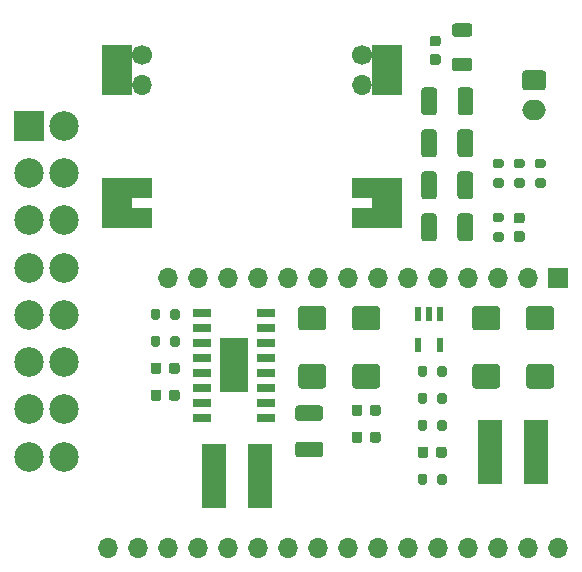
<source format=gts>
G04 #@! TF.GenerationSoftware,KiCad,Pcbnew,(5.1.10)-1*
G04 #@! TF.CreationDate,2021-07-26T15:21:50+02:00*
G04 #@! TF.ProjectId,pcb-esp32-power,7063622d-6573-4703-9332-2d706f776572,rev?*
G04 #@! TF.SameCoordinates,Original*
G04 #@! TF.FileFunction,Soldermask,Top*
G04 #@! TF.FilePolarity,Negative*
%FSLAX46Y46*%
G04 Gerber Fmt 4.6, Leading zero omitted, Abs format (unit mm)*
G04 Created by KiCad (PCBNEW (5.1.10)-1) date 2021-07-26 15:21:50*
%MOMM*%
%LPD*%
G01*
G04 APERTURE LIST*
%ADD10C,1.700000*%
%ADD11O,1.700000X1.700000*%
%ADD12R,1.700000X1.700000*%
%ADD13R,2.500000X4.200000*%
%ADD14R,0.600000X1.200000*%
%ADD15O,2.000000X1.700000*%
%ADD16R,1.525000X0.700000*%
%ADD17R,2.410000X4.570000*%
%ADD18R,2.150000X5.500000*%
%ADD19R,2.500000X2.500000*%
%ADD20C,2.500000*%
G04 APERTURE END LIST*
D10*
X137766000Y-90282000D03*
D11*
X137766000Y-92822000D03*
D10*
X156366000Y-90282000D03*
D12*
X137766000Y-101582000D03*
X156366000Y-101582000D03*
D11*
X156366000Y-92822000D03*
D12*
X137766000Y-104122000D03*
X156366000Y-104122000D03*
D13*
X135626000Y-91572000D03*
X135626000Y-102832000D03*
X158506000Y-91572000D03*
X158506000Y-102832000D03*
G36*
G01*
X163531000Y-123702000D02*
X163531000Y-124202000D01*
G75*
G02*
X163306000Y-124427000I-225000J0D01*
G01*
X162856000Y-124427000D01*
G75*
G02*
X162631000Y-124202000I0J225000D01*
G01*
X162631000Y-123702000D01*
G75*
G02*
X162856000Y-123477000I225000J0D01*
G01*
X163306000Y-123477000D01*
G75*
G02*
X163531000Y-123702000I0J-225000D01*
G01*
G37*
G36*
G01*
X161981000Y-123702000D02*
X161981000Y-124202000D01*
G75*
G02*
X161756000Y-124427000I-225000J0D01*
G01*
X161306000Y-124427000D01*
G75*
G02*
X161081000Y-124202000I0J225000D01*
G01*
X161081000Y-123702000D01*
G75*
G02*
X161306000Y-123477000I225000J0D01*
G01*
X161756000Y-123477000D01*
G75*
G02*
X161981000Y-123702000I0J-225000D01*
G01*
G37*
G36*
G01*
X167803000Y-118562000D02*
X165953000Y-118562000D01*
G75*
G02*
X165703000Y-118312000I0J250000D01*
G01*
X165703000Y-116737000D01*
G75*
G02*
X165953000Y-116487000I250000J0D01*
G01*
X167803000Y-116487000D01*
G75*
G02*
X168053000Y-116737000I0J-250000D01*
G01*
X168053000Y-118312000D01*
G75*
G02*
X167803000Y-118562000I-250000J0D01*
G01*
G37*
G36*
G01*
X167803000Y-113637000D02*
X165953000Y-113637000D01*
G75*
G02*
X165703000Y-113387000I0J250000D01*
G01*
X165703000Y-111812000D01*
G75*
G02*
X165953000Y-111562000I250000J0D01*
G01*
X167803000Y-111562000D01*
G75*
G02*
X168053000Y-111812000I0J-250000D01*
G01*
X168053000Y-113387000D01*
G75*
G02*
X167803000Y-113637000I-250000J0D01*
G01*
G37*
G36*
G01*
X172375000Y-113637000D02*
X170525000Y-113637000D01*
G75*
G02*
X170275000Y-113387000I0J250000D01*
G01*
X170275000Y-111812000D01*
G75*
G02*
X170525000Y-111562000I250000J0D01*
G01*
X172375000Y-111562000D01*
G75*
G02*
X172625000Y-111812000I0J-250000D01*
G01*
X172625000Y-113387000D01*
G75*
G02*
X172375000Y-113637000I-250000J0D01*
G01*
G37*
G36*
G01*
X172375000Y-118562000D02*
X170525000Y-118562000D01*
G75*
G02*
X170275000Y-118312000I0J250000D01*
G01*
X170275000Y-116737000D01*
G75*
G02*
X170525000Y-116487000I250000J0D01*
G01*
X172375000Y-116487000D01*
G75*
G02*
X172625000Y-116737000I0J-250000D01*
G01*
X172625000Y-118312000D01*
G75*
G02*
X172375000Y-118562000I-250000J0D01*
G01*
G37*
D14*
X163002000Y-112238000D03*
X162052000Y-112238000D03*
X161102000Y-112238000D03*
X161102000Y-114838000D03*
X163002000Y-114838000D03*
G36*
G01*
X161081000Y-119655000D02*
X161081000Y-119105000D01*
G75*
G02*
X161281000Y-118905000I200000J0D01*
G01*
X161681000Y-118905000D01*
G75*
G02*
X161881000Y-119105000I0J-200000D01*
G01*
X161881000Y-119655000D01*
G75*
G02*
X161681000Y-119855000I-200000J0D01*
G01*
X161281000Y-119855000D01*
G75*
G02*
X161081000Y-119655000I0J200000D01*
G01*
G37*
G36*
G01*
X162731000Y-119655000D02*
X162731000Y-119105000D01*
G75*
G02*
X162931000Y-118905000I200000J0D01*
G01*
X163331000Y-118905000D01*
G75*
G02*
X163531000Y-119105000I0J-200000D01*
G01*
X163531000Y-119655000D01*
G75*
G02*
X163331000Y-119855000I-200000J0D01*
G01*
X162931000Y-119855000D01*
G75*
G02*
X162731000Y-119655000I0J200000D01*
G01*
G37*
G36*
G01*
X161881000Y-116819000D02*
X161881000Y-117369000D01*
G75*
G02*
X161681000Y-117569000I-200000J0D01*
G01*
X161281000Y-117569000D01*
G75*
G02*
X161081000Y-117369000I0J200000D01*
G01*
X161081000Y-116819000D01*
G75*
G02*
X161281000Y-116619000I200000J0D01*
G01*
X161681000Y-116619000D01*
G75*
G02*
X161881000Y-116819000I0J-200000D01*
G01*
G37*
G36*
G01*
X163531000Y-116819000D02*
X163531000Y-117369000D01*
G75*
G02*
X163331000Y-117569000I-200000J0D01*
G01*
X162931000Y-117569000D01*
G75*
G02*
X162731000Y-117369000I0J200000D01*
G01*
X162731000Y-116819000D01*
G75*
G02*
X162931000Y-116619000I200000J0D01*
G01*
X163331000Y-116619000D01*
G75*
G02*
X163531000Y-116819000I0J-200000D01*
G01*
G37*
G36*
G01*
X163531000Y-125963000D02*
X163531000Y-126513000D01*
G75*
G02*
X163331000Y-126713000I-200000J0D01*
G01*
X162931000Y-126713000D01*
G75*
G02*
X162731000Y-126513000I0J200000D01*
G01*
X162731000Y-125963000D01*
G75*
G02*
X162931000Y-125763000I200000J0D01*
G01*
X163331000Y-125763000D01*
G75*
G02*
X163531000Y-125963000I0J-200000D01*
G01*
G37*
G36*
G01*
X161881000Y-125963000D02*
X161881000Y-126513000D01*
G75*
G02*
X161681000Y-126713000I-200000J0D01*
G01*
X161281000Y-126713000D01*
G75*
G02*
X161081000Y-126513000I0J200000D01*
G01*
X161081000Y-125963000D01*
G75*
G02*
X161281000Y-125763000I200000J0D01*
G01*
X161681000Y-125763000D01*
G75*
G02*
X161881000Y-125963000I0J-200000D01*
G01*
G37*
G36*
G01*
X162731000Y-121941000D02*
X162731000Y-121391000D01*
G75*
G02*
X162931000Y-121191000I200000J0D01*
G01*
X163331000Y-121191000D01*
G75*
G02*
X163531000Y-121391000I0J-200000D01*
G01*
X163531000Y-121941000D01*
G75*
G02*
X163331000Y-122141000I-200000J0D01*
G01*
X162931000Y-122141000D01*
G75*
G02*
X162731000Y-121941000I0J200000D01*
G01*
G37*
G36*
G01*
X161081000Y-121941000D02*
X161081000Y-121391000D01*
G75*
G02*
X161281000Y-121191000I200000J0D01*
G01*
X161681000Y-121191000D01*
G75*
G02*
X161881000Y-121391000I0J-200000D01*
G01*
X161881000Y-121941000D01*
G75*
G02*
X161681000Y-122141000I-200000J0D01*
G01*
X161281000Y-122141000D01*
G75*
G02*
X161081000Y-121941000I0J200000D01*
G01*
G37*
G36*
G01*
X170192000Y-91606000D02*
X171692000Y-91606000D01*
G75*
G02*
X171942000Y-91856000I0J-250000D01*
G01*
X171942000Y-93056000D01*
G75*
G02*
X171692000Y-93306000I-250000J0D01*
G01*
X170192000Y-93306000D01*
G75*
G02*
X169942000Y-93056000I0J250000D01*
G01*
X169942000Y-91856000D01*
G75*
G02*
X170192000Y-91606000I250000J0D01*
G01*
G37*
D15*
X170942000Y-94956000D03*
G36*
G01*
X157943000Y-122432000D02*
X157943000Y-122932000D01*
G75*
G02*
X157718000Y-123157000I-225000J0D01*
G01*
X157268000Y-123157000D01*
G75*
G02*
X157043000Y-122932000I0J225000D01*
G01*
X157043000Y-122432000D01*
G75*
G02*
X157268000Y-122207000I225000J0D01*
G01*
X157718000Y-122207000D01*
G75*
G02*
X157943000Y-122432000I0J-225000D01*
G01*
G37*
G36*
G01*
X156393000Y-122432000D02*
X156393000Y-122932000D01*
G75*
G02*
X156168000Y-123157000I-225000J0D01*
G01*
X155718000Y-123157000D01*
G75*
G02*
X155493000Y-122932000I0J225000D01*
G01*
X155493000Y-122432000D01*
G75*
G02*
X155718000Y-122207000I225000J0D01*
G01*
X156168000Y-122207000D01*
G75*
G02*
X156393000Y-122432000I0J-225000D01*
G01*
G37*
G36*
G01*
X169922000Y-106127000D02*
X169422000Y-106127000D01*
G75*
G02*
X169197000Y-105902000I0J225000D01*
G01*
X169197000Y-105452000D01*
G75*
G02*
X169422000Y-105227000I225000J0D01*
G01*
X169922000Y-105227000D01*
G75*
G02*
X170147000Y-105452000I0J-225000D01*
G01*
X170147000Y-105902000D01*
G75*
G02*
X169922000Y-106127000I-225000J0D01*
G01*
G37*
G36*
G01*
X169922000Y-104577000D02*
X169422000Y-104577000D01*
G75*
G02*
X169197000Y-104352000I0J225000D01*
G01*
X169197000Y-103902000D01*
G75*
G02*
X169422000Y-103677000I225000J0D01*
G01*
X169922000Y-103677000D01*
G75*
G02*
X170147000Y-103902000I0J-225000D01*
G01*
X170147000Y-104352000D01*
G75*
G02*
X169922000Y-104577000I-225000J0D01*
G01*
G37*
G36*
G01*
X156393000Y-120146000D02*
X156393000Y-120646000D01*
G75*
G02*
X156168000Y-120871000I-225000J0D01*
G01*
X155718000Y-120871000D01*
G75*
G02*
X155493000Y-120646000I0J225000D01*
G01*
X155493000Y-120146000D01*
G75*
G02*
X155718000Y-119921000I225000J0D01*
G01*
X156168000Y-119921000D01*
G75*
G02*
X156393000Y-120146000I0J-225000D01*
G01*
G37*
G36*
G01*
X157943000Y-120146000D02*
X157943000Y-120646000D01*
G75*
G02*
X157718000Y-120871000I-225000J0D01*
G01*
X157268000Y-120871000D01*
G75*
G02*
X157043000Y-120646000I0J225000D01*
G01*
X157043000Y-120146000D01*
G75*
G02*
X157268000Y-119921000I225000J0D01*
G01*
X157718000Y-119921000D01*
G75*
G02*
X157943000Y-120146000I0J-225000D01*
G01*
G37*
G36*
G01*
X140025000Y-119376000D02*
X140025000Y-118876000D01*
G75*
G02*
X140250000Y-118651000I225000J0D01*
G01*
X140700000Y-118651000D01*
G75*
G02*
X140925000Y-118876000I0J-225000D01*
G01*
X140925000Y-119376000D01*
G75*
G02*
X140700000Y-119601000I-225000J0D01*
G01*
X140250000Y-119601000D01*
G75*
G02*
X140025000Y-119376000I0J225000D01*
G01*
G37*
G36*
G01*
X138475000Y-119376000D02*
X138475000Y-118876000D01*
G75*
G02*
X138700000Y-118651000I225000J0D01*
G01*
X139150000Y-118651000D01*
G75*
G02*
X139375000Y-118876000I0J-225000D01*
G01*
X139375000Y-119376000D01*
G75*
G02*
X139150000Y-119601000I-225000J0D01*
G01*
X138700000Y-119601000D01*
G75*
G02*
X138475000Y-119376000I0J225000D01*
G01*
G37*
G36*
G01*
X162810000Y-91141000D02*
X162310000Y-91141000D01*
G75*
G02*
X162085000Y-90916000I0J225000D01*
G01*
X162085000Y-90466000D01*
G75*
G02*
X162310000Y-90241000I225000J0D01*
G01*
X162810000Y-90241000D01*
G75*
G02*
X163035000Y-90466000I0J-225000D01*
G01*
X163035000Y-90916000D01*
G75*
G02*
X162810000Y-91141000I-225000J0D01*
G01*
G37*
G36*
G01*
X162810000Y-89591000D02*
X162310000Y-89591000D01*
G75*
G02*
X162085000Y-89366000I0J225000D01*
G01*
X162085000Y-88916000D01*
G75*
G02*
X162310000Y-88691000I225000J0D01*
G01*
X162810000Y-88691000D01*
G75*
G02*
X163035000Y-88916000I0J-225000D01*
G01*
X163035000Y-89366000D01*
G75*
G02*
X162810000Y-89591000I-225000J0D01*
G01*
G37*
G36*
G01*
X157643000Y-113637000D02*
X155793000Y-113637000D01*
G75*
G02*
X155543000Y-113387000I0J250000D01*
G01*
X155543000Y-111812000D01*
G75*
G02*
X155793000Y-111562000I250000J0D01*
G01*
X157643000Y-111562000D01*
G75*
G02*
X157893000Y-111812000I0J-250000D01*
G01*
X157893000Y-113387000D01*
G75*
G02*
X157643000Y-113637000I-250000J0D01*
G01*
G37*
G36*
G01*
X157643000Y-118562000D02*
X155793000Y-118562000D01*
G75*
G02*
X155543000Y-118312000I0J250000D01*
G01*
X155543000Y-116737000D01*
G75*
G02*
X155793000Y-116487000I250000J0D01*
G01*
X157643000Y-116487000D01*
G75*
G02*
X157893000Y-116737000I0J-250000D01*
G01*
X157893000Y-118312000D01*
G75*
G02*
X157643000Y-118562000I-250000J0D01*
G01*
G37*
G36*
G01*
X165776000Y-100420997D02*
X165776000Y-102271003D01*
G75*
G02*
X165526003Y-102521000I-249997J0D01*
G01*
X164700997Y-102521000D01*
G75*
G02*
X164451000Y-102271003I0J249997D01*
G01*
X164451000Y-100420997D01*
G75*
G02*
X164700997Y-100171000I249997J0D01*
G01*
X165526003Y-100171000D01*
G75*
G02*
X165776000Y-100420997I0J-249997D01*
G01*
G37*
G36*
G01*
X162701000Y-100420997D02*
X162701000Y-102271003D01*
G75*
G02*
X162451003Y-102521000I-249997J0D01*
G01*
X161625997Y-102521000D01*
G75*
G02*
X161376000Y-102271003I0J249997D01*
G01*
X161376000Y-100420997D01*
G75*
G02*
X161625997Y-100171000I249997J0D01*
G01*
X162451003Y-100171000D01*
G75*
G02*
X162701000Y-100420997I0J-249997D01*
G01*
G37*
G36*
G01*
X153071000Y-118562000D02*
X151221000Y-118562000D01*
G75*
G02*
X150971000Y-118312000I0J250000D01*
G01*
X150971000Y-116737000D01*
G75*
G02*
X151221000Y-116487000I250000J0D01*
G01*
X153071000Y-116487000D01*
G75*
G02*
X153321000Y-116737000I0J-250000D01*
G01*
X153321000Y-118312000D01*
G75*
G02*
X153071000Y-118562000I-250000J0D01*
G01*
G37*
G36*
G01*
X153071000Y-113637000D02*
X151221000Y-113637000D01*
G75*
G02*
X150971000Y-113387000I0J250000D01*
G01*
X150971000Y-111812000D01*
G75*
G02*
X151221000Y-111562000I250000J0D01*
G01*
X153071000Y-111562000D01*
G75*
G02*
X153321000Y-111812000I0J-250000D01*
G01*
X153321000Y-113387000D01*
G75*
G02*
X153071000Y-113637000I-250000J0D01*
G01*
G37*
G36*
G01*
X150966997Y-119974000D02*
X152817003Y-119974000D01*
G75*
G02*
X153067000Y-120223997I0J-249997D01*
G01*
X153067000Y-121049003D01*
G75*
G02*
X152817003Y-121299000I-249997J0D01*
G01*
X150966997Y-121299000D01*
G75*
G02*
X150717000Y-121049003I0J249997D01*
G01*
X150717000Y-120223997D01*
G75*
G02*
X150966997Y-119974000I249997J0D01*
G01*
G37*
G36*
G01*
X150966997Y-123049000D02*
X152817003Y-123049000D01*
G75*
G02*
X153067000Y-123298997I0J-249997D01*
G01*
X153067000Y-124124003D01*
G75*
G02*
X152817003Y-124374000I-249997J0D01*
G01*
X150966997Y-124374000D01*
G75*
G02*
X150717000Y-124124003I0J249997D01*
G01*
X150717000Y-123298997D01*
G75*
G02*
X150966997Y-123049000I249997J0D01*
G01*
G37*
G36*
G01*
X162701000Y-103976997D02*
X162701000Y-105827003D01*
G75*
G02*
X162451003Y-106077000I-249997J0D01*
G01*
X161625997Y-106077000D01*
G75*
G02*
X161376000Y-105827003I0J249997D01*
G01*
X161376000Y-103976997D01*
G75*
G02*
X161625997Y-103727000I249997J0D01*
G01*
X162451003Y-103727000D01*
G75*
G02*
X162701000Y-103976997I0J-249997D01*
G01*
G37*
G36*
G01*
X165776000Y-103976997D02*
X165776000Y-105827003D01*
G75*
G02*
X165526003Y-106077000I-249997J0D01*
G01*
X164700997Y-106077000D01*
G75*
G02*
X164451000Y-105827003I0J249997D01*
G01*
X164451000Y-103976997D01*
G75*
G02*
X164700997Y-103727000I249997J0D01*
G01*
X165526003Y-103727000D01*
G75*
G02*
X165776000Y-103976997I0J-249997D01*
G01*
G37*
G36*
G01*
X165790000Y-93308997D02*
X165790000Y-95159003D01*
G75*
G02*
X165540003Y-95409000I-249997J0D01*
G01*
X164714997Y-95409000D01*
G75*
G02*
X164465000Y-95159003I0J249997D01*
G01*
X164465000Y-93308997D01*
G75*
G02*
X164714997Y-93059000I249997J0D01*
G01*
X165540003Y-93059000D01*
G75*
G02*
X165790000Y-93308997I0J-249997D01*
G01*
G37*
G36*
G01*
X162715000Y-93308997D02*
X162715000Y-95159003D01*
G75*
G02*
X162465003Y-95409000I-249997J0D01*
G01*
X161639997Y-95409000D01*
G75*
G02*
X161390000Y-95159003I0J249997D01*
G01*
X161390000Y-93308997D01*
G75*
G02*
X161639997Y-93059000I249997J0D01*
G01*
X162465003Y-93059000D01*
G75*
G02*
X162715000Y-93308997I0J-249997D01*
G01*
G37*
G36*
G01*
X162701000Y-96864997D02*
X162701000Y-98715003D01*
G75*
G02*
X162451003Y-98965000I-249997J0D01*
G01*
X161625997Y-98965000D01*
G75*
G02*
X161376000Y-98715003I0J249997D01*
G01*
X161376000Y-96864997D01*
G75*
G02*
X161625997Y-96615000I249997J0D01*
G01*
X162451003Y-96615000D01*
G75*
G02*
X162701000Y-96864997I0J-249997D01*
G01*
G37*
G36*
G01*
X165776000Y-96864997D02*
X165776000Y-98715003D01*
G75*
G02*
X165526003Y-98965000I-249997J0D01*
G01*
X164700997Y-98965000D01*
G75*
G02*
X164451000Y-98715003I0J249997D01*
G01*
X164451000Y-96864997D01*
G75*
G02*
X164700997Y-96615000I249997J0D01*
G01*
X165526003Y-96615000D01*
G75*
G02*
X165776000Y-96864997I0J-249997D01*
G01*
G37*
G36*
G01*
X167619000Y-99105000D02*
X168169000Y-99105000D01*
G75*
G02*
X168369000Y-99305000I0J-200000D01*
G01*
X168369000Y-99705000D01*
G75*
G02*
X168169000Y-99905000I-200000J0D01*
G01*
X167619000Y-99905000D01*
G75*
G02*
X167419000Y-99705000I0J200000D01*
G01*
X167419000Y-99305000D01*
G75*
G02*
X167619000Y-99105000I200000J0D01*
G01*
G37*
G36*
G01*
X167619000Y-100755000D02*
X168169000Y-100755000D01*
G75*
G02*
X168369000Y-100955000I0J-200000D01*
G01*
X168369000Y-101355000D01*
G75*
G02*
X168169000Y-101555000I-200000J0D01*
G01*
X167619000Y-101555000D01*
G75*
G02*
X167419000Y-101355000I0J200000D01*
G01*
X167419000Y-100955000D01*
G75*
G02*
X167619000Y-100755000I200000J0D01*
G01*
G37*
G36*
G01*
X168169000Y-104477000D02*
X167619000Y-104477000D01*
G75*
G02*
X167419000Y-104277000I0J200000D01*
G01*
X167419000Y-103877000D01*
G75*
G02*
X167619000Y-103677000I200000J0D01*
G01*
X168169000Y-103677000D01*
G75*
G02*
X168369000Y-103877000I0J-200000D01*
G01*
X168369000Y-104277000D01*
G75*
G02*
X168169000Y-104477000I-200000J0D01*
G01*
G37*
G36*
G01*
X168169000Y-106127000D02*
X167619000Y-106127000D01*
G75*
G02*
X167419000Y-105927000I0J200000D01*
G01*
X167419000Y-105527000D01*
G75*
G02*
X167619000Y-105327000I200000J0D01*
G01*
X168169000Y-105327000D01*
G75*
G02*
X168369000Y-105527000I0J-200000D01*
G01*
X168369000Y-105927000D01*
G75*
G02*
X168169000Y-106127000I-200000J0D01*
G01*
G37*
G36*
G01*
X138475000Y-114829000D02*
X138475000Y-114279000D01*
G75*
G02*
X138675000Y-114079000I200000J0D01*
G01*
X139075000Y-114079000D01*
G75*
G02*
X139275000Y-114279000I0J-200000D01*
G01*
X139275000Y-114829000D01*
G75*
G02*
X139075000Y-115029000I-200000J0D01*
G01*
X138675000Y-115029000D01*
G75*
G02*
X138475000Y-114829000I0J200000D01*
G01*
G37*
G36*
G01*
X140125000Y-114829000D02*
X140125000Y-114279000D01*
G75*
G02*
X140325000Y-114079000I200000J0D01*
G01*
X140725000Y-114079000D01*
G75*
G02*
X140925000Y-114279000I0J-200000D01*
G01*
X140925000Y-114829000D01*
G75*
G02*
X140725000Y-115029000I-200000J0D01*
G01*
X140325000Y-115029000D01*
G75*
G02*
X140125000Y-114829000I0J200000D01*
G01*
G37*
G36*
G01*
X140125000Y-112543000D02*
X140125000Y-111993000D01*
G75*
G02*
X140325000Y-111793000I200000J0D01*
G01*
X140725000Y-111793000D01*
G75*
G02*
X140925000Y-111993000I0J-200000D01*
G01*
X140925000Y-112543000D01*
G75*
G02*
X140725000Y-112743000I-200000J0D01*
G01*
X140325000Y-112743000D01*
G75*
G02*
X140125000Y-112543000I0J200000D01*
G01*
G37*
G36*
G01*
X138475000Y-112543000D02*
X138475000Y-111993000D01*
G75*
G02*
X138675000Y-111793000I200000J0D01*
G01*
X139075000Y-111793000D01*
G75*
G02*
X139275000Y-111993000I0J-200000D01*
G01*
X139275000Y-112543000D01*
G75*
G02*
X139075000Y-112743000I-200000J0D01*
G01*
X138675000Y-112743000D01*
G75*
G02*
X138475000Y-112543000I0J200000D01*
G01*
G37*
G36*
G01*
X165471003Y-91687000D02*
X164220997Y-91687000D01*
G75*
G02*
X163971000Y-91437003I0J249997D01*
G01*
X163971000Y-90811997D01*
G75*
G02*
X164220997Y-90562000I249997J0D01*
G01*
X165471003Y-90562000D01*
G75*
G02*
X165721000Y-90811997I0J-249997D01*
G01*
X165721000Y-91437003D01*
G75*
G02*
X165471003Y-91687000I-249997J0D01*
G01*
G37*
G36*
G01*
X165471003Y-88762000D02*
X164220997Y-88762000D01*
G75*
G02*
X163971000Y-88512003I0J249997D01*
G01*
X163971000Y-87886997D01*
G75*
G02*
X164220997Y-87637000I249997J0D01*
G01*
X165471003Y-87637000D01*
G75*
G02*
X165721000Y-87886997I0J-249997D01*
G01*
X165721000Y-88512003D01*
G75*
G02*
X165471003Y-88762000I-249997J0D01*
G01*
G37*
G36*
G01*
X138475000Y-117090000D02*
X138475000Y-116590000D01*
G75*
G02*
X138700000Y-116365000I225000J0D01*
G01*
X139150000Y-116365000D01*
G75*
G02*
X139375000Y-116590000I0J-225000D01*
G01*
X139375000Y-117090000D01*
G75*
G02*
X139150000Y-117315000I-225000J0D01*
G01*
X138700000Y-117315000D01*
G75*
G02*
X138475000Y-117090000I0J225000D01*
G01*
G37*
G36*
G01*
X140025000Y-117090000D02*
X140025000Y-116590000D01*
G75*
G02*
X140250000Y-116365000I225000J0D01*
G01*
X140700000Y-116365000D01*
G75*
G02*
X140925000Y-116590000I0J-225000D01*
G01*
X140925000Y-117090000D01*
G75*
G02*
X140700000Y-117315000I-225000J0D01*
G01*
X140250000Y-117315000D01*
G75*
G02*
X140025000Y-117090000I0J225000D01*
G01*
G37*
D16*
X148254000Y-121031000D03*
X148254000Y-119761000D03*
X148254000Y-118491000D03*
X148254000Y-117221000D03*
X148254000Y-115951000D03*
X148254000Y-114681000D03*
X148254000Y-113411000D03*
X148254000Y-112141000D03*
X142830000Y-112141000D03*
X142830000Y-113411000D03*
X142830000Y-114681000D03*
X142830000Y-115951000D03*
X142830000Y-117221000D03*
X142830000Y-118491000D03*
X142830000Y-119761000D03*
X142830000Y-121031000D03*
D17*
X145542000Y-116586000D03*
D18*
X147721000Y-125984000D03*
X143871000Y-125984000D03*
X171089000Y-123952000D03*
X167239000Y-123952000D03*
G36*
G01*
X171725000Y-99905000D02*
X171175000Y-99905000D01*
G75*
G02*
X170975000Y-99705000I0J200000D01*
G01*
X170975000Y-99305000D01*
G75*
G02*
X171175000Y-99105000I200000J0D01*
G01*
X171725000Y-99105000D01*
G75*
G02*
X171925000Y-99305000I0J-200000D01*
G01*
X171925000Y-99705000D01*
G75*
G02*
X171725000Y-99905000I-200000J0D01*
G01*
G37*
G36*
G01*
X171725000Y-101555000D02*
X171175000Y-101555000D01*
G75*
G02*
X170975000Y-101355000I0J200000D01*
G01*
X170975000Y-100955000D01*
G75*
G02*
X171175000Y-100755000I200000J0D01*
G01*
X171725000Y-100755000D01*
G75*
G02*
X171925000Y-100955000I0J-200000D01*
G01*
X171925000Y-101355000D01*
G75*
G02*
X171725000Y-101555000I-200000J0D01*
G01*
G37*
G36*
G01*
X169947000Y-101555000D02*
X169397000Y-101555000D01*
G75*
G02*
X169197000Y-101355000I0J200000D01*
G01*
X169197000Y-100955000D01*
G75*
G02*
X169397000Y-100755000I200000J0D01*
G01*
X169947000Y-100755000D01*
G75*
G02*
X170147000Y-100955000I0J-200000D01*
G01*
X170147000Y-101355000D01*
G75*
G02*
X169947000Y-101555000I-200000J0D01*
G01*
G37*
G36*
G01*
X169947000Y-99905000D02*
X169397000Y-99905000D01*
G75*
G02*
X169197000Y-99705000I0J200000D01*
G01*
X169197000Y-99305000D01*
G75*
G02*
X169397000Y-99105000I200000J0D01*
G01*
X169947000Y-99105000D01*
G75*
G02*
X170147000Y-99305000I0J-200000D01*
G01*
X170147000Y-99705000D01*
G75*
G02*
X169947000Y-99905000I-200000J0D01*
G01*
G37*
D12*
X172974000Y-109220000D03*
D11*
X170434000Y-109220000D03*
X167894000Y-109220000D03*
X165354000Y-109220000D03*
X162814000Y-109220000D03*
X160274000Y-109220000D03*
X157734000Y-109220000D03*
X155194000Y-109220000D03*
X152654000Y-109220000D03*
X150114000Y-109220000D03*
X147574000Y-109220000D03*
X145034000Y-109220000D03*
X142494000Y-109220000D03*
X139954000Y-109220000D03*
X134874000Y-132080000D03*
X137414000Y-132080000D03*
X139954000Y-132080000D03*
X142494000Y-132080000D03*
X145034000Y-132080000D03*
X147574000Y-132080000D03*
X150114000Y-132080000D03*
X152654000Y-132080000D03*
X155194000Y-132080000D03*
X157734000Y-132080000D03*
X160274000Y-132080000D03*
X162814000Y-132080000D03*
X165354000Y-132080000D03*
X167894000Y-132080000D03*
X170434000Y-132080000D03*
X172974000Y-132080000D03*
D19*
X128143000Y-96307000D03*
D20*
X128143000Y-100307000D03*
X128143000Y-104307000D03*
X128143000Y-108307000D03*
X128143000Y-112307000D03*
X128143000Y-116307000D03*
X128143000Y-120307000D03*
X128143000Y-124307000D03*
X131143000Y-96307000D03*
X131143000Y-100307000D03*
X131143000Y-104307000D03*
X131143000Y-108307000D03*
X131143000Y-112307000D03*
X131143000Y-116307000D03*
X131143000Y-120307000D03*
X131143000Y-124307000D03*
M02*

</source>
